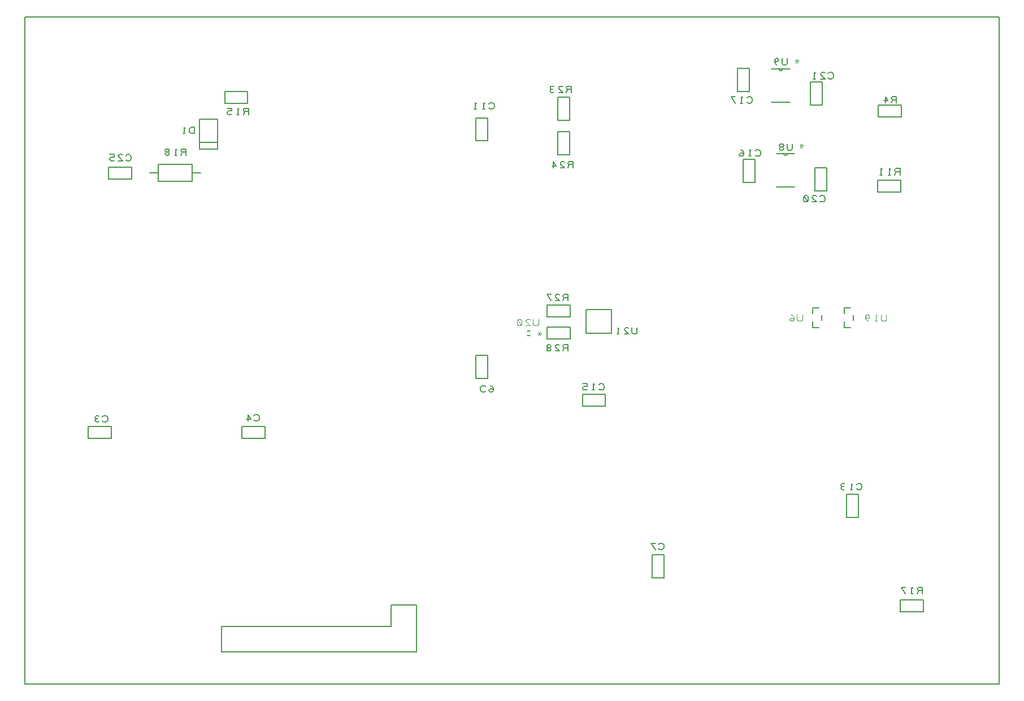
<source format=gbr>
%FSLAX23Y23*%
%MOIN*%
G04 EasyPC Gerber Version 17.0 Build 3379 *
%ADD128C,0.00300*%
%ADD26C,0.00500*%
%ADD127C,0.00600*%
%ADD95C,0.00800*%
X0Y0D02*
D02*
D26*
X3Y35D02*
X5750D01*
Y3970*
X3*
Y35*
X461Y1586D02*
X465Y1583D01*
X471Y1580*
X480*
X486Y1583*
X490Y1586*
X493Y1592*
Y1605*
X490Y1611*
X486Y1614*
X480Y1617*
X471*
X465Y1614*
X461Y1611*
X440Y1583D02*
X433Y1580D01*
X427*
X421Y1583*
X418Y1589*
X421Y1595*
X427Y1599*
X433*
X427D02*
X421Y1602D01*
X418Y1608*
X421Y1614*
X427Y1617*
X433*
X440Y1614*
X599Y3127D02*
X602Y3124D01*
X609Y3121*
X618*
X624Y3124*
X627Y3127*
X630Y3134*
Y3146*
X627Y3152*
X624Y3156*
X618Y3159*
X609*
X602Y3156*
X599Y3152*
X555Y3121D02*
X580D01*
X559Y3143*
X555Y3149*
X559Y3156*
X565Y3159*
X574*
X580Y3156*
X530Y3124D02*
X524Y3121D01*
X515*
X509Y3124*
X505Y3131*
Y3134*
X509Y3140*
X515Y3143*
X530*
Y3159*
X505*
X739Y3050D02*
X789D01*
Y3100D02*
Y3000D01*
X989*
Y3100*
X789*
X955Y3155D02*
Y3192D01*
X933*
X927Y3189*
X924Y3183*
X927Y3176*
X933Y3173*
X955*
X933D02*
X924Y3155D01*
X899D02*
X887D01*
X893D02*
Y3192D01*
X899Y3186*
X846Y3173D02*
X840D01*
X833Y3176*
X830Y3183*
X833Y3189*
X840Y3192*
X846*
X852Y3189*
X855Y3183*
X852Y3176*
X846Y3173*
X852Y3170*
X855Y3164*
X852Y3158*
X846Y3155*
X840*
X833Y3158*
X830Y3164*
X833Y3170*
X840Y3173*
X989Y3050D02*
X1039D01*
X1004Y3283D02*
Y3320D01*
X986*
X979Y3317*
X976Y3314*
X973Y3308*
Y3295*
X976Y3289*
X979Y3286*
X986Y3283*
X1004*
X948D02*
X936D01*
X942D02*
Y3320D01*
X948Y3314*
X1035Y3367D02*
X1141D01*
Y3190*
X1035*
Y3367*
X1141Y3229D02*
X1035D01*
X1162Y225D02*
Y375D01*
X2162*
Y500*
X2312*
Y225*
X1162*
X1323Y3395D02*
Y3432D01*
X1301*
X1295Y3429*
X1292Y3423*
X1295Y3417*
X1301Y3414*
X1323*
X1301D02*
X1292Y3395D01*
X1267D02*
X1255D01*
X1261D02*
Y3432D01*
X1267Y3426*
X1223Y3398D02*
X1217Y3395D01*
X1208*
X1201Y3398*
X1198Y3404*
Y3407*
X1201Y3414*
X1208Y3417*
X1223*
Y3432*
X1198*
X1355Y1592D02*
X1358Y1589D01*
X1364Y1586*
X1374*
X1380Y1589*
X1383Y1592*
X1386Y1598*
Y1611*
X1383Y1617*
X1380Y1620*
X1374Y1623*
X1364*
X1358Y1620*
X1355Y1617*
X1321Y1586D02*
Y1623D01*
X1336Y1598*
X1311*
X2723Y1789D02*
X2720Y1792D01*
X2713Y1795*
X2704*
X2698Y1792*
X2695Y1789*
X2691Y1783*
Y1770*
X2695Y1764*
X2698Y1761*
X2704Y1758*
X2713*
X2720Y1761*
X2723Y1764*
X2751Y1795D02*
X2757Y1792D01*
X2763Y1786*
X2766Y1777*
Y1767*
X2763Y1761*
X2757Y1758*
X2751*
X2745Y1761*
X2741Y1767*
X2745Y1773*
X2751Y1777*
X2757*
X2763Y1773*
X2766Y1767*
X2741Y3433D02*
X2744Y3429D01*
X2750Y3426*
X2760*
X2766Y3429*
X2769Y3433*
X2772Y3439*
Y3451*
X2769Y3458*
X2766Y3461*
X2760Y3464*
X2750*
X2744Y3461*
X2741Y3458*
X2716Y3426D02*
X2703D01*
X2710D02*
Y3464D01*
X2716Y3458*
X2666Y3426D02*
X2653D01*
X2660D02*
Y3464D01*
X2666Y3458*
X3207Y1999D02*
Y2037D01*
X3185*
X3179Y2033*
X3176Y2027*
X3179Y2021*
X3185Y2018*
X3207*
X3185D02*
X3176Y1999D01*
X3132D02*
X3157D01*
X3135Y2021*
X3132Y2027*
X3135Y2033*
X3142Y2037*
X3151*
X3157Y2033*
X3098Y2018D02*
X3092D01*
X3085Y2021*
X3082Y2027*
X3085Y2033*
X3092Y2037*
X3098*
X3104Y2033*
X3107Y2027*
X3104Y2021*
X3098Y2018*
X3104Y2015*
X3107Y2008*
X3104Y2002*
X3098Y1999*
X3092*
X3085Y2002*
X3082Y2008*
X3085Y2015*
X3092Y2018*
X3207Y2296D02*
Y2334D01*
X3185*
X3179Y2331*
X3176Y2324*
X3179Y2318*
X3185Y2315*
X3207*
X3185D02*
X3176Y2296D01*
X3132D02*
X3157D01*
X3135Y2318*
X3132Y2324*
X3135Y2331*
X3142Y2334*
X3151*
X3157Y2331*
X3107Y2296D02*
X3082Y2334D01*
X3107*
X3227Y3525D02*
Y3562D01*
X3205*
X3199Y3559*
X3196Y3553*
X3199Y3547*
X3205Y3543*
X3227*
X3205D02*
X3196Y3525D01*
X3152D02*
X3177D01*
X3155Y3547*
X3152Y3553*
X3155Y3559*
X3161Y3562*
X3171*
X3177Y3559*
X3124Y3528D02*
X3118Y3525D01*
X3111*
X3105Y3528*
X3102Y3534*
X3105Y3540*
X3111Y3543*
X3118*
X3111D02*
X3105Y3547D01*
X3102Y3553*
X3105Y3559*
X3111Y3562*
X3118*
X3124Y3559*
X3237Y3080D02*
Y3117D01*
X3215*
X3209Y3114*
X3206Y3108*
X3209Y3102*
X3215Y3099*
X3237*
X3215D02*
X3206Y3080D01*
X3162D02*
X3187D01*
X3165Y3102*
X3162Y3108*
X3165Y3114*
X3171Y3117*
X3181*
X3187Y3114*
X3121Y3080D02*
Y3117D01*
X3137Y3092*
X3112*
X3389Y1775D02*
X3392Y1772D01*
X3398Y1769*
X3407*
X3414Y1772*
X3417Y1775*
X3420Y1781*
Y1794*
X3417Y1800*
X3414Y1803*
X3407Y1806*
X3398*
X3392Y1803*
X3389Y1800*
X3364Y1769D02*
X3351D01*
X3357D02*
Y1806D01*
X3364Y1800*
X3320Y1772D02*
X3314Y1769D01*
X3304*
X3298Y1772*
X3295Y1778*
Y1781*
X3298Y1788*
X3304Y1791*
X3320*
Y1806*
X3295*
X3462Y2103D02*
X3312D01*
Y2243*
X3462*
Y2104*
X3615Y2137D02*
Y2109D01*
X3612Y2103*
X3605Y2099*
X3593*
X3587Y2103*
X3583Y2109*
Y2137*
X3540Y2099D02*
X3565D01*
X3543Y2121*
X3540Y2128*
X3543Y2134*
X3549Y2137*
X3558*
X3565Y2134*
X3508Y2099D02*
X3496D01*
X3502D02*
Y2137D01*
X3508Y2131*
X3741Y834D02*
X3744Y831D01*
X3750Y828*
X3760*
X3766Y831*
X3769Y834*
X3772Y840*
Y853*
X3769Y859*
X3766Y862*
X3760Y865*
X3750*
X3744Y862*
X3741Y859*
X3722Y828D02*
X3697Y865D01*
X3722*
X4263Y3468D02*
X4266Y3465D01*
X4272Y3462*
X4281*
X4288Y3465*
X4291Y3468*
X4294Y3474*
Y3487*
X4291Y3493*
X4288Y3496*
X4281Y3499*
X4272*
X4266Y3496*
X4263Y3493*
X4238Y3462D02*
X4225D01*
X4231D02*
Y3499D01*
X4238Y3493*
X4194Y3462D02*
X4169Y3499D01*
X4194*
X4312Y3155D02*
X4315Y3152D01*
X4321Y3149*
X4331*
X4337Y3152*
X4340Y3155*
X4343Y3161*
Y3174*
X4340Y3180*
X4337Y3183*
X4331Y3186*
X4321*
X4315Y3183*
X4312Y3180*
X4287Y3149D02*
X4274D01*
X4281D02*
Y3186D01*
X4287Y3180*
X4243Y3158D02*
X4240Y3164D01*
X4234Y3167*
X4227*
X4221Y3164*
X4218Y3158*
X4221Y3152*
X4227Y3149*
X4234*
X4240Y3152*
X4243Y3158*
Y3167*
X4240Y3177*
X4234Y3183*
X4227Y3186*
X4501Y3726D02*
Y3697D01*
X4497Y3691*
X4491Y3688*
X4479*
X4472Y3691*
X4469Y3697*
Y3726*
X4441Y3688D02*
X4435Y3691D01*
X4429Y3697*
X4426Y3707*
Y3716*
X4429Y3722*
X4435Y3726*
X4441*
X4447Y3722*
X4451Y3716*
X4447Y3710*
X4441Y3707*
X4435*
X4429Y3710*
X4426Y3716*
X4530Y3222D02*
Y3194D01*
X4527Y3187*
X4521Y3184*
X4508*
X4502Y3187*
X4499Y3194*
Y3222*
X4471Y3203D02*
X4464D01*
X4458Y3206*
X4455Y3212*
X4458Y3219*
X4464Y3222*
X4471*
X4477Y3219*
X4480Y3212*
X4477Y3206*
X4471Y3203*
X4477Y3200*
X4480Y3194*
X4477Y3187*
X4471Y3184*
X4464*
X4458Y3187*
X4455Y3194*
X4458Y3200*
X4464Y3203*
X4692Y2885D02*
X4695Y2882D01*
X4701Y2879*
X4710*
X4717Y2882*
X4720Y2885*
X4723Y2892*
Y2904*
X4720Y2910*
X4717Y2913*
X4710Y2917*
X4701*
X4695Y2913*
X4692Y2910*
X4648Y2879D02*
X4673D01*
X4651Y2901*
X4648Y2907*
X4651Y2913*
X4657Y2917*
X4667*
X4673Y2913*
X4620Y2882D02*
X4614Y2879D01*
X4607*
X4601Y2882*
X4598Y2888*
Y2907*
X4601Y2913*
X4607Y2917*
X4614*
X4620Y2913*
X4623Y2907*
Y2888*
X4620Y2882*
X4601Y2913*
X4741Y3612D02*
X4744Y3609D01*
X4750Y3605*
X4760*
X4766Y3609*
X4769Y3612*
X4772Y3618*
Y3630*
X4769Y3637*
X4766Y3640*
X4760Y3643*
X4750*
X4744Y3640*
X4741Y3637*
X4697Y3605D02*
X4722D01*
X4700Y3627*
X4697Y3634*
X4700Y3640*
X4707Y3643*
X4716*
X4722Y3640*
X4666Y3605D02*
X4653D01*
X4660D02*
Y3643D01*
X4666Y3637*
X4910Y1186D02*
X4913Y1183D01*
X4920Y1180*
X4929*
X4935Y1183*
X4938Y1186*
X4941Y1193*
Y1205*
X4938Y1211*
X4935Y1215*
X4929Y1218*
X4920*
X4913Y1215*
X4910Y1211*
X4885Y1180D02*
X4873D01*
X4879D02*
Y1218D01*
X4885Y1211*
X4838Y1183D02*
X4832Y1180D01*
X4826*
X4820Y1183*
X4816Y1190*
X4820Y1196*
X4826Y1199*
X4832*
X4826D02*
X4820Y1202D01*
X4816Y1208*
X4820Y1215*
X4826Y1218*
X4832*
X4838Y1215*
X5144Y3464D02*
Y3501D01*
X5122*
X5116Y3498*
X5113Y3492*
X5116Y3486*
X5122Y3482*
X5144*
X5122D02*
X5113Y3464D01*
X5079D02*
Y3501D01*
X5094Y3476*
X5069*
X5166Y3038D02*
Y3076D01*
X5144*
X5138Y3073*
X5135Y3067*
X5138Y3060*
X5144Y3057*
X5166*
X5144D02*
X5135Y3038D01*
X5110D02*
X5097D01*
X5103D02*
Y3076D01*
X5110Y3070*
X5060Y3038D02*
X5047D01*
X5053D02*
Y3076D01*
X5060Y3070*
X5298Y568D02*
Y605D01*
X5276*
X5270Y602*
X5267Y596*
X5270Y590*
X5276Y587*
X5298*
X5276D02*
X5267Y568D01*
X5242D02*
X5229D01*
X5235D02*
Y605D01*
X5242Y599*
X5198Y568D02*
X5173Y605D01*
X5198*
D02*
D95*
X513Y1484D02*
Y1554D01*
X377*
Y1484*
X513*
X634Y3015D02*
Y3085D01*
X498*
Y3015*
X634*
X1283Y1555D02*
Y1485D01*
X1419*
Y1555*
X1283*
X1318Y3462D02*
Y3532D01*
X1182*
Y3462*
X1318*
X2664Y3239D02*
X2734D01*
Y3375*
X2664*
Y3239*
X2665Y1838D02*
X2735D01*
Y1974*
X2665*
Y1838*
X3216Y3294D02*
X3146D01*
Y3158*
X3216*
Y3294*
Y3498D02*
X3146D01*
Y3362*
X3216*
Y3498*
X3220Y2071D02*
Y2141D01*
X3084*
Y2071*
X3220*
Y2202D02*
Y2272D01*
X3084*
Y2202*
X3220*
X3428Y1673D02*
Y1743D01*
X3292*
Y1673*
X3428*
X3773Y796D02*
X3703D01*
Y660*
X3773*
Y796*
X4207Y3532D02*
X4277D01*
Y3668*
X4207*
Y3532*
X4241Y2995D02*
X4311D01*
Y3131*
X4241*
Y2995*
X4706Y3586D02*
X4636D01*
Y3450*
X4706*
Y3586*
X4734Y3080D02*
X4664D01*
Y2944*
X4734*
Y3080*
X4851Y1018D02*
X4921D01*
Y1154*
X4851*
Y1018*
X5035Y3007D02*
Y2937D01*
X5171*
Y3007*
X5035*
X5037Y3450D02*
Y3380D01*
X5173*
Y3450*
X5037*
X5166Y531D02*
Y461D01*
X5302*
Y531*
X5166*
D02*
D127*
X2968Y2118D02*
X2982D01*
Y2092D02*
X2968D01*
X4408Y3665D02*
X4516D01*
X4436Y3165D02*
X4544D01*
X4474Y3665D02*
G75*
G02X4450I-12D01*
G01*
X4502Y3165D02*
G75*
G02X4478I-12D01*
G01*
X4516Y3468D02*
X4408D01*
X4544Y2968D02*
X4436D01*
X4650Y2220D02*
Y2255D01*
X4687*
Y2137D02*
X4650D01*
Y2173*
X4705Y2211D02*
Y2182D01*
X4836Y2220D02*
Y2255D01*
X4873*
Y2137D02*
X4836D01*
Y2173*
X4891Y2211D02*
Y2182D01*
D02*
D128*
X3032Y2188D02*
Y2160D01*
X3029Y2154*
X3023Y2151*
X3010*
X3004Y2154*
X3001Y2160*
Y2188*
X2957Y2151D02*
X2982D01*
X2960Y2173*
X2957Y2179*
X2960Y2185*
X2966Y2188*
X2976*
X2982Y2185*
X2929Y2154D02*
X2923Y2151D01*
X2916*
X2910Y2154*
X2907Y2160*
Y2179*
X2910Y2185*
X2916Y2188*
X2923*
X2929Y2185*
X2932Y2179*
Y2160*
X2929Y2154*
X2910Y2185*
X3051Y2102D02*
X3026D01*
X3045Y2089D02*
X3033Y2114D01*
X3045D02*
X3033Y2089D01*
X4569Y3709D02*
X4544D01*
X4563Y3697D02*
X4550Y3722D01*
X4563D02*
X4550Y3697D01*
X4589Y2214D02*
Y2186D01*
X4586Y2179*
X4580Y2176*
X4567*
X4561Y2179*
X4558Y2186*
Y2214*
X4539Y2186D02*
X4536Y2192D01*
X4530Y2195*
X4523*
X4517Y2192*
X4514Y2186*
X4517Y2179*
X4523Y2176*
X4530*
X4536Y2179*
X4539Y2186*
Y2195*
X4536Y2204*
X4530Y2211*
X4523Y2214*
X4597Y3209D02*
X4572D01*
X4590Y3197D02*
X4578Y3222D01*
X4590D02*
X4578Y3197D01*
X5085Y2214D02*
Y2186D01*
X5082Y2179*
X5076Y2176*
X5063*
X5057Y2179*
X5054Y2186*
Y2214*
X5029Y2176D02*
X5016D01*
X5023D02*
Y2214D01*
X5029Y2208*
X4976Y2176D02*
X4970Y2179D01*
X4963Y2186*
X4960Y2195*
Y2204*
X4963Y2211*
X4970Y2214*
X4976*
X4982Y2211*
X4985Y2204*
X4982Y2198*
X4976Y2195*
X4970*
X4963Y2198*
X4960Y2204*
X0Y0D02*
M02*

</source>
